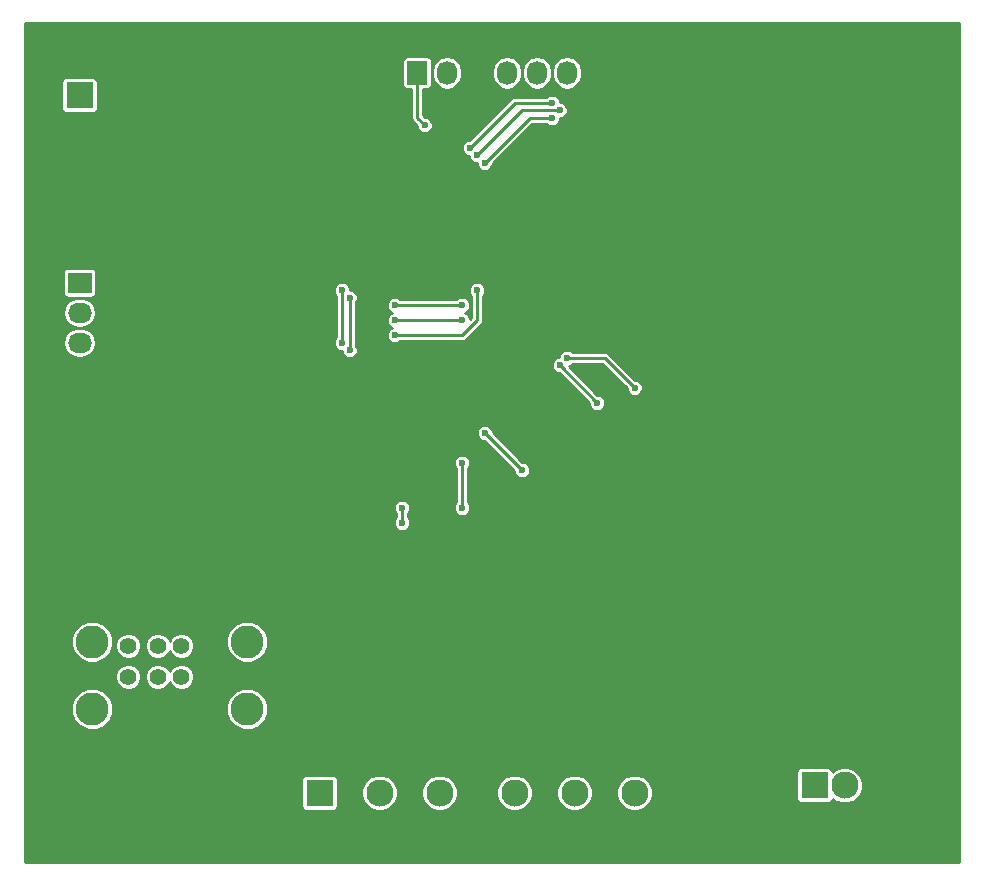
<source format=gbl>
G04 #@! TF.FileFunction,Copper,L2,Bot,Signal*
%FSLAX46Y46*%
G04 Gerber Fmt 4.6, Leading zero omitted, Abs format (unit mm)*
G04 Created by KiCad (PCBNEW 4.0.1-stable) date 10/19/2016 12:19:55 AM*
%MOMM*%
G01*
G04 APERTURE LIST*
%ADD10C,0.101600*%
%ADD11R,2.032000X1.727200*%
%ADD12O,2.032000X1.727200*%
%ADD13C,2.300000*%
%ADD14R,2.300000X2.300000*%
%ADD15R,1.727200X2.032000*%
%ADD16O,1.727200X2.032000*%
%ADD17C,1.420000*%
%ADD18C,2.800000*%
%ADD19C,0.600000*%
%ADD20C,0.254000*%
G04 APERTURE END LIST*
D10*
D11*
X5080000Y49530000D03*
D12*
X5080000Y46990000D03*
X5080000Y44450000D03*
D13*
X49530000Y6350000D03*
X44450000Y6350000D03*
X41910000Y6350000D03*
X46990000Y6350000D03*
X52070000Y6350000D03*
X54610000Y6350000D03*
X38100000Y6350000D03*
X35560000Y6350000D03*
X33020000Y6350000D03*
X30480000Y6350000D03*
X27940000Y6350000D03*
D14*
X25400000Y6350000D03*
X25400000Y6350000D03*
D13*
X27940000Y6350000D03*
X30480000Y6350000D03*
X33020000Y6350000D03*
X35560000Y6350000D03*
X38100000Y6350000D03*
D15*
X33655000Y67310000D03*
D16*
X36195000Y67310000D03*
X38735000Y67310000D03*
X41275000Y67310000D03*
X43815000Y67310000D03*
X46355000Y67310000D03*
D14*
X5080000Y65405000D03*
D13*
X7620000Y65405000D03*
D17*
X9200000Y18805005D03*
X11700000Y18805005D03*
X13700000Y18805005D03*
X16200000Y18805005D03*
X9200000Y16185005D03*
X11700000Y16185005D03*
X13700000Y16185005D03*
X16200000Y16185005D03*
D18*
X19270000Y13475005D03*
X19270000Y19155005D03*
X6130000Y19155005D03*
X6130000Y13475005D03*
D14*
X67310000Y6985000D03*
D13*
X69850000Y6985000D03*
X72390000Y6985000D03*
X74930000Y6985000D03*
D19*
X50165000Y47625000D03*
X15875000Y39370000D03*
X48260000Y47625000D03*
X14605000Y48895000D03*
X42545000Y50165000D03*
X76200000Y59690000D03*
X2540000Y55245000D03*
X37465000Y52705000D03*
X29210000Y55880000D03*
X29210000Y50800000D03*
X28575000Y13970000D03*
X33655000Y13970000D03*
X38735000Y13970000D03*
X45085000Y13970000D03*
X50165000Y13970000D03*
X55245000Y13970000D03*
X34290000Y62865000D03*
X38100000Y60960000D03*
X45085000Y64770000D03*
X38735000Y60325000D03*
X45720000Y64135000D03*
X39370000Y59690000D03*
X45085000Y63500000D03*
X27305000Y48895000D03*
X27305000Y44450000D03*
X27940000Y48260000D03*
X27940000Y43815000D03*
X32385000Y30480000D03*
X32385000Y29210000D03*
X37465000Y34290000D03*
X37465000Y30480000D03*
X39370000Y36830000D03*
X42545000Y33655000D03*
X45720000Y42545000D03*
X48895000Y39370000D03*
X46355000Y43180000D03*
X52070000Y40640000D03*
X37465000Y46355000D03*
X31750000Y46355000D03*
X37465000Y47625000D03*
X31750000Y47625000D03*
X38735000Y48895000D03*
X31750000Y45085000D03*
D20*
X33655000Y63500000D02*
X34290000Y62865000D01*
X33655000Y67310000D02*
X33655000Y63500000D01*
X38100000Y60960000D02*
X41910000Y64770000D01*
X41910000Y64770000D02*
X45085000Y64770000D01*
X38735000Y60325000D02*
X42545000Y64135000D01*
X42545000Y64135000D02*
X45720000Y64135000D01*
X39370000Y59690000D02*
X43180000Y63500000D01*
X43180000Y63500000D02*
X45085000Y63500000D01*
X27305000Y48895000D02*
X27305000Y44450000D01*
X27940000Y48260000D02*
X27940000Y43815000D01*
X32385000Y29210000D02*
X32385000Y30480000D01*
X37465000Y34290000D02*
X37465000Y30480000D01*
X39370000Y36830000D02*
X42545000Y33655000D01*
X45720000Y42545000D02*
X48895000Y39370000D01*
X52070000Y40640000D02*
X49530000Y43180000D01*
X46355000Y43180000D02*
X49530000Y43180000D01*
X31750000Y46355000D02*
X37465000Y46355000D01*
X31750000Y47625000D02*
X37465000Y47625000D01*
X38735000Y46355000D02*
X38735000Y48895000D01*
X37465000Y45085000D02*
X38735000Y46355000D01*
X31750000Y45085000D02*
X37465000Y45085000D01*
G36*
X79544000Y456000D02*
X456000Y456000D01*
X456000Y7500000D01*
X23861536Y7500000D01*
X23861536Y5200000D01*
X23888103Y5058810D01*
X23971546Y4929135D01*
X24098866Y4842141D01*
X24250000Y4811536D01*
X26550000Y4811536D01*
X26691190Y4838103D01*
X26820865Y4921546D01*
X26907859Y5048866D01*
X26938464Y5200000D01*
X26938464Y6046801D01*
X28948735Y6046801D01*
X29181325Y5483891D01*
X29611626Y5052838D01*
X30174129Y4819266D01*
X30783199Y4818735D01*
X31346109Y5051325D01*
X31777162Y5481626D01*
X32010734Y6044129D01*
X32010736Y6046801D01*
X34028735Y6046801D01*
X34261325Y5483891D01*
X34691626Y5052838D01*
X35254129Y4819266D01*
X35863199Y4818735D01*
X36426109Y5051325D01*
X36857162Y5481626D01*
X37090734Y6044129D01*
X37090736Y6046801D01*
X40378735Y6046801D01*
X40611325Y5483891D01*
X41041626Y5052838D01*
X41604129Y4819266D01*
X42213199Y4818735D01*
X42776109Y5051325D01*
X43207162Y5481626D01*
X43440734Y6044129D01*
X43440736Y6046801D01*
X45458735Y6046801D01*
X45691325Y5483891D01*
X46121626Y5052838D01*
X46684129Y4819266D01*
X47293199Y4818735D01*
X47856109Y5051325D01*
X48287162Y5481626D01*
X48520734Y6044129D01*
X48520736Y6046801D01*
X50538735Y6046801D01*
X50771325Y5483891D01*
X51201626Y5052838D01*
X51764129Y4819266D01*
X52373199Y4818735D01*
X52936109Y5051325D01*
X53367162Y5481626D01*
X53600734Y6044129D01*
X53601265Y6653199D01*
X53368675Y7216109D01*
X52938374Y7647162D01*
X52375871Y7880734D01*
X51766801Y7881265D01*
X51203891Y7648675D01*
X50772838Y7218374D01*
X50539266Y6655871D01*
X50538735Y6046801D01*
X48520736Y6046801D01*
X48521265Y6653199D01*
X48288675Y7216109D01*
X47858374Y7647162D01*
X47295871Y7880734D01*
X46686801Y7881265D01*
X46123891Y7648675D01*
X45692838Y7218374D01*
X45459266Y6655871D01*
X45458735Y6046801D01*
X43440736Y6046801D01*
X43441265Y6653199D01*
X43208675Y7216109D01*
X42778374Y7647162D01*
X42215871Y7880734D01*
X41606801Y7881265D01*
X41043891Y7648675D01*
X40612838Y7218374D01*
X40379266Y6655871D01*
X40378735Y6046801D01*
X37090736Y6046801D01*
X37091265Y6653199D01*
X36858675Y7216109D01*
X36428374Y7647162D01*
X35865871Y7880734D01*
X35256801Y7881265D01*
X34693891Y7648675D01*
X34262838Y7218374D01*
X34029266Y6655871D01*
X34028735Y6046801D01*
X32010736Y6046801D01*
X32011265Y6653199D01*
X31778675Y7216109D01*
X31348374Y7647162D01*
X30785871Y7880734D01*
X30176801Y7881265D01*
X29613891Y7648675D01*
X29182838Y7218374D01*
X28949266Y6655871D01*
X28948735Y6046801D01*
X26938464Y6046801D01*
X26938464Y7500000D01*
X26911897Y7641190D01*
X26828454Y7770865D01*
X26701134Y7857859D01*
X26550000Y7888464D01*
X24250000Y7888464D01*
X24108810Y7861897D01*
X23979135Y7778454D01*
X23892141Y7651134D01*
X23861536Y7500000D01*
X456000Y7500000D01*
X456000Y8135000D01*
X65771536Y8135000D01*
X65771536Y5835000D01*
X65798103Y5693810D01*
X65881546Y5564135D01*
X66008866Y5477141D01*
X66160000Y5446536D01*
X68460000Y5446536D01*
X68601190Y5473103D01*
X68730865Y5556546D01*
X68817859Y5683866D01*
X68846146Y5823555D01*
X68981626Y5687838D01*
X69544129Y5454266D01*
X70153199Y5453735D01*
X70716109Y5686325D01*
X71147162Y6116626D01*
X71380734Y6679129D01*
X71381265Y7288199D01*
X71148675Y7851109D01*
X70718374Y8282162D01*
X70155871Y8515734D01*
X69546801Y8516265D01*
X68983891Y8283675D01*
X68846328Y8146352D01*
X68821897Y8276190D01*
X68738454Y8405865D01*
X68611134Y8492859D01*
X68460000Y8523464D01*
X66160000Y8523464D01*
X66018810Y8496897D01*
X65889135Y8413454D01*
X65802141Y8286134D01*
X65771536Y8135000D01*
X456000Y8135000D01*
X456000Y13122296D01*
X4348691Y13122296D01*
X4619261Y12467467D01*
X5119827Y11966027D01*
X5774183Y11694315D01*
X6482709Y11693696D01*
X7137538Y11964266D01*
X7638978Y12464832D01*
X7910690Y13119188D01*
X7910692Y13122296D01*
X17488691Y13122296D01*
X17759261Y12467467D01*
X18259827Y11966027D01*
X18914183Y11694315D01*
X19622709Y11693696D01*
X20277538Y11964266D01*
X20778978Y12464832D01*
X21050690Y13119188D01*
X21051309Y13827714D01*
X20780739Y14482543D01*
X20280173Y14983983D01*
X19625817Y15255695D01*
X18917291Y15256314D01*
X18262462Y14985744D01*
X17761022Y14485178D01*
X17489310Y13830822D01*
X17488691Y13122296D01*
X7910692Y13122296D01*
X7911309Y13827714D01*
X7640739Y14482543D01*
X7140173Y14983983D01*
X6485817Y15255695D01*
X5777291Y15256314D01*
X5122462Y14985744D01*
X4621022Y14485178D01*
X4349310Y13830822D01*
X4348691Y13122296D01*
X456000Y13122296D01*
X456000Y15968944D01*
X8108811Y15968944D01*
X8274556Y15567810D01*
X8581191Y15260639D01*
X8982035Y15094195D01*
X9416061Y15093816D01*
X9817195Y15259561D01*
X10124366Y15566196D01*
X10290810Y15967040D01*
X10290811Y15968944D01*
X10608811Y15968944D01*
X10774556Y15567810D01*
X11081191Y15260639D01*
X11482035Y15094195D01*
X11916061Y15093816D01*
X12317195Y15259561D01*
X12624366Y15566196D01*
X12699980Y15748297D01*
X12774556Y15567810D01*
X13081191Y15260639D01*
X13482035Y15094195D01*
X13916061Y15093816D01*
X14317195Y15259561D01*
X14624366Y15566196D01*
X14790810Y15967040D01*
X14791189Y16401066D01*
X14625444Y16802200D01*
X14318809Y17109371D01*
X13917965Y17275815D01*
X13483939Y17276194D01*
X13082805Y17110449D01*
X12775634Y16803814D01*
X12700020Y16621713D01*
X12625444Y16802200D01*
X12318809Y17109371D01*
X11917965Y17275815D01*
X11483939Y17276194D01*
X11082805Y17110449D01*
X10775634Y16803814D01*
X10609190Y16402970D01*
X10608811Y15968944D01*
X10290811Y15968944D01*
X10291189Y16401066D01*
X10125444Y16802200D01*
X9818809Y17109371D01*
X9417965Y17275815D01*
X8983939Y17276194D01*
X8582805Y17110449D01*
X8275634Y16803814D01*
X8109190Y16402970D01*
X8108811Y15968944D01*
X456000Y15968944D01*
X456000Y18802296D01*
X4348691Y18802296D01*
X4619261Y18147467D01*
X5119827Y17646027D01*
X5774183Y17374315D01*
X6482709Y17373696D01*
X7137538Y17644266D01*
X7638978Y18144832D01*
X7823389Y18588944D01*
X8108811Y18588944D01*
X8274556Y18187810D01*
X8581191Y17880639D01*
X8982035Y17714195D01*
X9416061Y17713816D01*
X9817195Y17879561D01*
X10124366Y18186196D01*
X10290810Y18587040D01*
X10290811Y18588944D01*
X10608811Y18588944D01*
X10774556Y18187810D01*
X11081191Y17880639D01*
X11482035Y17714195D01*
X11916061Y17713816D01*
X12317195Y17879561D01*
X12624366Y18186196D01*
X12699980Y18368297D01*
X12774556Y18187810D01*
X13081191Y17880639D01*
X13482035Y17714195D01*
X13916061Y17713816D01*
X14317195Y17879561D01*
X14624366Y18186196D01*
X14790810Y18587040D01*
X14790997Y18802296D01*
X17488691Y18802296D01*
X17759261Y18147467D01*
X18259827Y17646027D01*
X18914183Y17374315D01*
X19622709Y17373696D01*
X20277538Y17644266D01*
X20778978Y18144832D01*
X21050690Y18799188D01*
X21051309Y19507714D01*
X20780739Y20162543D01*
X20280173Y20663983D01*
X19625817Y20935695D01*
X18917291Y20936314D01*
X18262462Y20665744D01*
X17761022Y20165178D01*
X17489310Y19510822D01*
X17488691Y18802296D01*
X14790997Y18802296D01*
X14791189Y19021066D01*
X14625444Y19422200D01*
X14318809Y19729371D01*
X13917965Y19895815D01*
X13483939Y19896194D01*
X13082805Y19730449D01*
X12775634Y19423814D01*
X12700020Y19241713D01*
X12625444Y19422200D01*
X12318809Y19729371D01*
X11917965Y19895815D01*
X11483939Y19896194D01*
X11082805Y19730449D01*
X10775634Y19423814D01*
X10609190Y19022970D01*
X10608811Y18588944D01*
X10290811Y18588944D01*
X10291189Y19021066D01*
X10125444Y19422200D01*
X9818809Y19729371D01*
X9417965Y19895815D01*
X8983939Y19896194D01*
X8582805Y19730449D01*
X8275634Y19423814D01*
X8109190Y19022970D01*
X8108811Y18588944D01*
X7823389Y18588944D01*
X7910690Y18799188D01*
X7911309Y19507714D01*
X7640739Y20162543D01*
X7140173Y20663983D01*
X6485817Y20935695D01*
X5777291Y20936314D01*
X5122462Y20665744D01*
X4621022Y20165178D01*
X4349310Y19510822D01*
X4348691Y18802296D01*
X456000Y18802296D01*
X456000Y30345135D01*
X31703882Y30345135D01*
X31807339Y30094748D01*
X31877000Y30024966D01*
X31877000Y29665126D01*
X31808013Y29596259D01*
X31704118Y29346054D01*
X31703882Y29075135D01*
X31807339Y28824748D01*
X31998741Y28633013D01*
X32248946Y28529118D01*
X32519865Y28528882D01*
X32770252Y28632339D01*
X32961987Y28823741D01*
X33065882Y29073946D01*
X33066118Y29344865D01*
X32962661Y29595252D01*
X32893000Y29665034D01*
X32893000Y30024874D01*
X32961987Y30093741D01*
X33065882Y30343946D01*
X33066118Y30614865D01*
X32962661Y30865252D01*
X32771259Y31056987D01*
X32521054Y31160882D01*
X32250135Y31161118D01*
X31999748Y31057661D01*
X31808013Y30866259D01*
X31704118Y30616054D01*
X31703882Y30345135D01*
X456000Y30345135D01*
X456000Y34155135D01*
X36783882Y34155135D01*
X36887339Y33904748D01*
X36957000Y33834966D01*
X36957000Y30935126D01*
X36888013Y30866259D01*
X36784118Y30616054D01*
X36783882Y30345135D01*
X36887339Y30094748D01*
X37078741Y29903013D01*
X37328946Y29799118D01*
X37599865Y29798882D01*
X37850252Y29902339D01*
X38041987Y30093741D01*
X38145882Y30343946D01*
X38146118Y30614865D01*
X38042661Y30865252D01*
X37973000Y30935034D01*
X37973000Y33834874D01*
X38041987Y33903741D01*
X38145882Y34153946D01*
X38146118Y34424865D01*
X38042661Y34675252D01*
X37851259Y34866987D01*
X37601054Y34970882D01*
X37330135Y34971118D01*
X37079748Y34867661D01*
X36888013Y34676259D01*
X36784118Y34426054D01*
X36783882Y34155135D01*
X456000Y34155135D01*
X456000Y36695135D01*
X38688882Y36695135D01*
X38792339Y36444748D01*
X38983741Y36253013D01*
X39233946Y36149118D01*
X39332548Y36149032D01*
X41863967Y33617613D01*
X41863882Y33520135D01*
X41967339Y33269748D01*
X42158741Y33078013D01*
X42408946Y32974118D01*
X42679865Y32973882D01*
X42930252Y33077339D01*
X43121987Y33268741D01*
X43225882Y33518946D01*
X43226118Y33789865D01*
X43122661Y34040252D01*
X42931259Y34231987D01*
X42681054Y34335882D01*
X42582452Y34335968D01*
X40051033Y36867387D01*
X40051118Y36964865D01*
X39947661Y37215252D01*
X39756259Y37406987D01*
X39506054Y37510882D01*
X39235135Y37511118D01*
X38984748Y37407661D01*
X38793013Y37216259D01*
X38689118Y36966054D01*
X38688882Y36695135D01*
X456000Y36695135D01*
X456000Y42410135D01*
X45038882Y42410135D01*
X45142339Y42159748D01*
X45333741Y41968013D01*
X45583946Y41864118D01*
X45682548Y41864032D01*
X48213967Y39332613D01*
X48213882Y39235135D01*
X48317339Y38984748D01*
X48508741Y38793013D01*
X48758946Y38689118D01*
X49029865Y38688882D01*
X49280252Y38792339D01*
X49471987Y38983741D01*
X49575882Y39233946D01*
X49576118Y39504865D01*
X49472661Y39755252D01*
X49281259Y39946987D01*
X49031054Y40050882D01*
X48932452Y40050968D01*
X46484533Y42498887D01*
X46489865Y42498882D01*
X46740252Y42602339D01*
X46810034Y42672000D01*
X49319580Y42672000D01*
X51388967Y40602612D01*
X51388882Y40505135D01*
X51492339Y40254748D01*
X51683741Y40063013D01*
X51933946Y39959118D01*
X52204865Y39958882D01*
X52455252Y40062339D01*
X52646987Y40253741D01*
X52750882Y40503946D01*
X52751118Y40774865D01*
X52647661Y41025252D01*
X52456259Y41216987D01*
X52206054Y41320882D01*
X52107453Y41320968D01*
X49889210Y43539210D01*
X49724403Y43649331D01*
X49530000Y43688000D01*
X46810126Y43688000D01*
X46741259Y43756987D01*
X46491054Y43860882D01*
X46220135Y43861118D01*
X45969748Y43757661D01*
X45778013Y43566259D01*
X45674118Y43316054D01*
X45674040Y43226041D01*
X45585135Y43226118D01*
X45334748Y43122661D01*
X45143013Y42931259D01*
X45039118Y42681054D01*
X45038882Y42410135D01*
X456000Y42410135D01*
X456000Y44450000D01*
X3655631Y44450000D01*
X3750371Y43973712D01*
X4020166Y43569935D01*
X4423943Y43300140D01*
X4900231Y43205400D01*
X5259769Y43205400D01*
X5736057Y43300140D01*
X6139834Y43569935D01*
X6409629Y43973712D01*
X6504369Y44450000D01*
X6409629Y44926288D01*
X6139834Y45330065D01*
X5736057Y45599860D01*
X5259769Y45694600D01*
X4900231Y45694600D01*
X4423943Y45599860D01*
X4020166Y45330065D01*
X3750371Y44926288D01*
X3655631Y44450000D01*
X456000Y44450000D01*
X456000Y46990000D01*
X3655631Y46990000D01*
X3750371Y46513712D01*
X4020166Y46109935D01*
X4423943Y45840140D01*
X4900231Y45745400D01*
X5259769Y45745400D01*
X5736057Y45840140D01*
X6139834Y46109935D01*
X6409629Y46513712D01*
X6504369Y46990000D01*
X6409629Y47466288D01*
X6139834Y47870065D01*
X5736057Y48139860D01*
X5259769Y48234600D01*
X4900231Y48234600D01*
X4423943Y48139860D01*
X4020166Y47870065D01*
X3750371Y47466288D01*
X3655631Y46990000D01*
X456000Y46990000D01*
X456000Y50393600D01*
X3675536Y50393600D01*
X3675536Y48666400D01*
X3702103Y48525210D01*
X3785546Y48395535D01*
X3912866Y48308541D01*
X4064000Y48277936D01*
X6096000Y48277936D01*
X6237190Y48304503D01*
X6366865Y48387946D01*
X6453859Y48515266D01*
X6484464Y48666400D01*
X6484464Y48760135D01*
X26623882Y48760135D01*
X26727339Y48509748D01*
X26797000Y48439966D01*
X26797000Y44905126D01*
X26728013Y44836259D01*
X26624118Y44586054D01*
X26623882Y44315135D01*
X26727339Y44064748D01*
X26918741Y43873013D01*
X27168946Y43769118D01*
X27258959Y43769040D01*
X27258882Y43680135D01*
X27362339Y43429748D01*
X27553741Y43238013D01*
X27803946Y43134118D01*
X28074865Y43133882D01*
X28325252Y43237339D01*
X28516987Y43428741D01*
X28620882Y43678946D01*
X28621118Y43949865D01*
X28517661Y44200252D01*
X28448000Y44270034D01*
X28448000Y47490135D01*
X31068882Y47490135D01*
X31172339Y47239748D01*
X31363741Y47048013D01*
X31503485Y46989986D01*
X31364748Y46932661D01*
X31173013Y46741259D01*
X31069118Y46491054D01*
X31068882Y46220135D01*
X31172339Y45969748D01*
X31363741Y45778013D01*
X31503485Y45719986D01*
X31364748Y45662661D01*
X31173013Y45471259D01*
X31069118Y45221054D01*
X31068882Y44950135D01*
X31172339Y44699748D01*
X31363741Y44508013D01*
X31613946Y44404118D01*
X31884865Y44403882D01*
X32135252Y44507339D01*
X32205034Y44577000D01*
X37465000Y44577000D01*
X37659403Y44615669D01*
X37824210Y44725790D01*
X39094210Y45995790D01*
X39204331Y46160596D01*
X39216174Y46220135D01*
X39243000Y46355000D01*
X39243000Y48439874D01*
X39311987Y48508741D01*
X39415882Y48758946D01*
X39416118Y49029865D01*
X39312661Y49280252D01*
X39121259Y49471987D01*
X38871054Y49575882D01*
X38600135Y49576118D01*
X38349748Y49472661D01*
X38158013Y49281259D01*
X38054118Y49031054D01*
X38053882Y48760135D01*
X38157339Y48509748D01*
X38227000Y48439966D01*
X38227000Y46565420D01*
X38146113Y46484533D01*
X38146118Y46489865D01*
X38042661Y46740252D01*
X37851259Y46931987D01*
X37711515Y46990014D01*
X37850252Y47047339D01*
X38041987Y47238741D01*
X38145882Y47488946D01*
X38146118Y47759865D01*
X38042661Y48010252D01*
X37851259Y48201987D01*
X37601054Y48305882D01*
X37330135Y48306118D01*
X37079748Y48202661D01*
X37009966Y48133000D01*
X32205126Y48133000D01*
X32136259Y48201987D01*
X31886054Y48305882D01*
X31615135Y48306118D01*
X31364748Y48202661D01*
X31173013Y48011259D01*
X31069118Y47761054D01*
X31068882Y47490135D01*
X28448000Y47490135D01*
X28448000Y47804874D01*
X28516987Y47873741D01*
X28620882Y48123946D01*
X28621118Y48394865D01*
X28517661Y48645252D01*
X28326259Y48836987D01*
X28076054Y48940882D01*
X27986041Y48940960D01*
X27986118Y49029865D01*
X27882661Y49280252D01*
X27691259Y49471987D01*
X27441054Y49575882D01*
X27170135Y49576118D01*
X26919748Y49472661D01*
X26728013Y49281259D01*
X26624118Y49031054D01*
X26623882Y48760135D01*
X6484464Y48760135D01*
X6484464Y50393600D01*
X6457897Y50534790D01*
X6374454Y50664465D01*
X6247134Y50751459D01*
X6096000Y50782064D01*
X4064000Y50782064D01*
X3922810Y50755497D01*
X3793135Y50672054D01*
X3706141Y50544734D01*
X3675536Y50393600D01*
X456000Y50393600D01*
X456000Y60825135D01*
X37418882Y60825135D01*
X37522339Y60574748D01*
X37713741Y60383013D01*
X37963946Y60279118D01*
X38053959Y60279040D01*
X38053882Y60190135D01*
X38157339Y59939748D01*
X38348741Y59748013D01*
X38598946Y59644118D01*
X38688959Y59644040D01*
X38688882Y59555135D01*
X38792339Y59304748D01*
X38983741Y59113013D01*
X39233946Y59009118D01*
X39504865Y59008882D01*
X39755252Y59112339D01*
X39946987Y59303741D01*
X40050882Y59553946D01*
X40050968Y59652548D01*
X43390420Y62992000D01*
X44629874Y62992000D01*
X44698741Y62923013D01*
X44948946Y62819118D01*
X45219865Y62818882D01*
X45470252Y62922339D01*
X45661987Y63113741D01*
X45765882Y63363946D01*
X45765960Y63453959D01*
X45854865Y63453882D01*
X46105252Y63557339D01*
X46296987Y63748741D01*
X46400882Y63998946D01*
X46401118Y64269865D01*
X46297661Y64520252D01*
X46106259Y64711987D01*
X45856054Y64815882D01*
X45766041Y64815960D01*
X45766118Y64904865D01*
X45662661Y65155252D01*
X45471259Y65346987D01*
X45221054Y65450882D01*
X44950135Y65451118D01*
X44699748Y65347661D01*
X44629966Y65278000D01*
X41910000Y65278000D01*
X41715597Y65239331D01*
X41550790Y65129210D01*
X38062613Y61641033D01*
X37965135Y61641118D01*
X37714748Y61537661D01*
X37523013Y61346259D01*
X37419118Y61096054D01*
X37418882Y60825135D01*
X456000Y60825135D01*
X456000Y66555000D01*
X3541536Y66555000D01*
X3541536Y64255000D01*
X3568103Y64113810D01*
X3651546Y63984135D01*
X3778866Y63897141D01*
X3930000Y63866536D01*
X6230000Y63866536D01*
X6371190Y63893103D01*
X6500865Y63976546D01*
X6587859Y64103866D01*
X6618464Y64255000D01*
X6618464Y66555000D01*
X6591897Y66696190D01*
X6508454Y66825865D01*
X6381134Y66912859D01*
X6230000Y66943464D01*
X3930000Y66943464D01*
X3788810Y66916897D01*
X3659135Y66833454D01*
X3572141Y66706134D01*
X3541536Y66555000D01*
X456000Y66555000D01*
X456000Y68326000D01*
X32402936Y68326000D01*
X32402936Y66294000D01*
X32429503Y66152810D01*
X32512946Y66023135D01*
X32640266Y65936141D01*
X32791400Y65905536D01*
X33147000Y65905536D01*
X33147000Y63500000D01*
X33185669Y63305597D01*
X33295790Y63140790D01*
X33608967Y62827613D01*
X33608882Y62730135D01*
X33712339Y62479748D01*
X33903741Y62288013D01*
X34153946Y62184118D01*
X34424865Y62183882D01*
X34675252Y62287339D01*
X34866987Y62478741D01*
X34970882Y62728946D01*
X34971118Y62999865D01*
X34867661Y63250252D01*
X34676259Y63441987D01*
X34426054Y63545882D01*
X34327453Y63545968D01*
X34163000Y63710420D01*
X34163000Y65905536D01*
X34518600Y65905536D01*
X34659790Y65932103D01*
X34789465Y66015546D01*
X34876459Y66142866D01*
X34907064Y66294000D01*
X34907064Y67489769D01*
X34950400Y67489769D01*
X34950400Y67130231D01*
X35045140Y66653943D01*
X35314935Y66250166D01*
X35718712Y65980371D01*
X36195000Y65885631D01*
X36671288Y65980371D01*
X37075065Y66250166D01*
X37344860Y66653943D01*
X37439600Y67130231D01*
X37439600Y67489769D01*
X40030400Y67489769D01*
X40030400Y67130231D01*
X40125140Y66653943D01*
X40394935Y66250166D01*
X40798712Y65980371D01*
X41275000Y65885631D01*
X41751288Y65980371D01*
X42155065Y66250166D01*
X42424860Y66653943D01*
X42519600Y67130231D01*
X42519600Y67489769D01*
X42570400Y67489769D01*
X42570400Y67130231D01*
X42665140Y66653943D01*
X42934935Y66250166D01*
X43338712Y65980371D01*
X43815000Y65885631D01*
X44291288Y65980371D01*
X44695065Y66250166D01*
X44964860Y66653943D01*
X45059600Y67130231D01*
X45059600Y67489769D01*
X45110400Y67489769D01*
X45110400Y67130231D01*
X45205140Y66653943D01*
X45474935Y66250166D01*
X45878712Y65980371D01*
X46355000Y65885631D01*
X46831288Y65980371D01*
X47235065Y66250166D01*
X47504860Y66653943D01*
X47599600Y67130231D01*
X47599600Y67489769D01*
X47504860Y67966057D01*
X47235065Y68369834D01*
X46831288Y68639629D01*
X46355000Y68734369D01*
X45878712Y68639629D01*
X45474935Y68369834D01*
X45205140Y67966057D01*
X45110400Y67489769D01*
X45059600Y67489769D01*
X44964860Y67966057D01*
X44695065Y68369834D01*
X44291288Y68639629D01*
X43815000Y68734369D01*
X43338712Y68639629D01*
X42934935Y68369834D01*
X42665140Y67966057D01*
X42570400Y67489769D01*
X42519600Y67489769D01*
X42424860Y67966057D01*
X42155065Y68369834D01*
X41751288Y68639629D01*
X41275000Y68734369D01*
X40798712Y68639629D01*
X40394935Y68369834D01*
X40125140Y67966057D01*
X40030400Y67489769D01*
X37439600Y67489769D01*
X37344860Y67966057D01*
X37075065Y68369834D01*
X36671288Y68639629D01*
X36195000Y68734369D01*
X35718712Y68639629D01*
X35314935Y68369834D01*
X35045140Y67966057D01*
X34950400Y67489769D01*
X34907064Y67489769D01*
X34907064Y68326000D01*
X34880497Y68467190D01*
X34797054Y68596865D01*
X34669734Y68683859D01*
X34518600Y68714464D01*
X32791400Y68714464D01*
X32650210Y68687897D01*
X32520535Y68604454D01*
X32433541Y68477134D01*
X32402936Y68326000D01*
X456000Y68326000D01*
X456000Y71544000D01*
X79544000Y71544000D01*
X79544000Y456000D01*
X79544000Y456000D01*
G37*
X79544000Y456000D02*
X456000Y456000D01*
X456000Y7500000D01*
X23861536Y7500000D01*
X23861536Y5200000D01*
X23888103Y5058810D01*
X23971546Y4929135D01*
X24098866Y4842141D01*
X24250000Y4811536D01*
X26550000Y4811536D01*
X26691190Y4838103D01*
X26820865Y4921546D01*
X26907859Y5048866D01*
X26938464Y5200000D01*
X26938464Y6046801D01*
X28948735Y6046801D01*
X29181325Y5483891D01*
X29611626Y5052838D01*
X30174129Y4819266D01*
X30783199Y4818735D01*
X31346109Y5051325D01*
X31777162Y5481626D01*
X32010734Y6044129D01*
X32010736Y6046801D01*
X34028735Y6046801D01*
X34261325Y5483891D01*
X34691626Y5052838D01*
X35254129Y4819266D01*
X35863199Y4818735D01*
X36426109Y5051325D01*
X36857162Y5481626D01*
X37090734Y6044129D01*
X37090736Y6046801D01*
X40378735Y6046801D01*
X40611325Y5483891D01*
X41041626Y5052838D01*
X41604129Y4819266D01*
X42213199Y4818735D01*
X42776109Y5051325D01*
X43207162Y5481626D01*
X43440734Y6044129D01*
X43440736Y6046801D01*
X45458735Y6046801D01*
X45691325Y5483891D01*
X46121626Y5052838D01*
X46684129Y4819266D01*
X47293199Y4818735D01*
X47856109Y5051325D01*
X48287162Y5481626D01*
X48520734Y6044129D01*
X48520736Y6046801D01*
X50538735Y6046801D01*
X50771325Y5483891D01*
X51201626Y5052838D01*
X51764129Y4819266D01*
X52373199Y4818735D01*
X52936109Y5051325D01*
X53367162Y5481626D01*
X53600734Y6044129D01*
X53601265Y6653199D01*
X53368675Y7216109D01*
X52938374Y7647162D01*
X52375871Y7880734D01*
X51766801Y7881265D01*
X51203891Y7648675D01*
X50772838Y7218374D01*
X50539266Y6655871D01*
X50538735Y6046801D01*
X48520736Y6046801D01*
X48521265Y6653199D01*
X48288675Y7216109D01*
X47858374Y7647162D01*
X47295871Y7880734D01*
X46686801Y7881265D01*
X46123891Y7648675D01*
X45692838Y7218374D01*
X45459266Y6655871D01*
X45458735Y6046801D01*
X43440736Y6046801D01*
X43441265Y6653199D01*
X43208675Y7216109D01*
X42778374Y7647162D01*
X42215871Y7880734D01*
X41606801Y7881265D01*
X41043891Y7648675D01*
X40612838Y7218374D01*
X40379266Y6655871D01*
X40378735Y6046801D01*
X37090736Y6046801D01*
X37091265Y6653199D01*
X36858675Y7216109D01*
X36428374Y7647162D01*
X35865871Y7880734D01*
X35256801Y7881265D01*
X34693891Y7648675D01*
X34262838Y7218374D01*
X34029266Y6655871D01*
X34028735Y6046801D01*
X32010736Y6046801D01*
X32011265Y6653199D01*
X31778675Y7216109D01*
X31348374Y7647162D01*
X30785871Y7880734D01*
X30176801Y7881265D01*
X29613891Y7648675D01*
X29182838Y7218374D01*
X28949266Y6655871D01*
X28948735Y6046801D01*
X26938464Y6046801D01*
X26938464Y7500000D01*
X26911897Y7641190D01*
X26828454Y7770865D01*
X26701134Y7857859D01*
X26550000Y7888464D01*
X24250000Y7888464D01*
X24108810Y7861897D01*
X23979135Y7778454D01*
X23892141Y7651134D01*
X23861536Y7500000D01*
X456000Y7500000D01*
X456000Y8135000D01*
X65771536Y8135000D01*
X65771536Y5835000D01*
X65798103Y5693810D01*
X65881546Y5564135D01*
X66008866Y5477141D01*
X66160000Y5446536D01*
X68460000Y5446536D01*
X68601190Y5473103D01*
X68730865Y5556546D01*
X68817859Y5683866D01*
X68846146Y5823555D01*
X68981626Y5687838D01*
X69544129Y5454266D01*
X70153199Y5453735D01*
X70716109Y5686325D01*
X71147162Y6116626D01*
X71380734Y6679129D01*
X71381265Y7288199D01*
X71148675Y7851109D01*
X70718374Y8282162D01*
X70155871Y8515734D01*
X69546801Y8516265D01*
X68983891Y8283675D01*
X68846328Y8146352D01*
X68821897Y8276190D01*
X68738454Y8405865D01*
X68611134Y8492859D01*
X68460000Y8523464D01*
X66160000Y8523464D01*
X66018810Y8496897D01*
X65889135Y8413454D01*
X65802141Y8286134D01*
X65771536Y8135000D01*
X456000Y8135000D01*
X456000Y13122296D01*
X4348691Y13122296D01*
X4619261Y12467467D01*
X5119827Y11966027D01*
X5774183Y11694315D01*
X6482709Y11693696D01*
X7137538Y11964266D01*
X7638978Y12464832D01*
X7910690Y13119188D01*
X7910692Y13122296D01*
X17488691Y13122296D01*
X17759261Y12467467D01*
X18259827Y11966027D01*
X18914183Y11694315D01*
X19622709Y11693696D01*
X20277538Y11964266D01*
X20778978Y12464832D01*
X21050690Y13119188D01*
X21051309Y13827714D01*
X20780739Y14482543D01*
X20280173Y14983983D01*
X19625817Y15255695D01*
X18917291Y15256314D01*
X18262462Y14985744D01*
X17761022Y14485178D01*
X17489310Y13830822D01*
X17488691Y13122296D01*
X7910692Y13122296D01*
X7911309Y13827714D01*
X7640739Y14482543D01*
X7140173Y14983983D01*
X6485817Y15255695D01*
X5777291Y15256314D01*
X5122462Y14985744D01*
X4621022Y14485178D01*
X4349310Y13830822D01*
X4348691Y13122296D01*
X456000Y13122296D01*
X456000Y15968944D01*
X8108811Y15968944D01*
X8274556Y15567810D01*
X8581191Y15260639D01*
X8982035Y15094195D01*
X9416061Y15093816D01*
X9817195Y15259561D01*
X10124366Y15566196D01*
X10290810Y15967040D01*
X10290811Y15968944D01*
X10608811Y15968944D01*
X10774556Y15567810D01*
X11081191Y15260639D01*
X11482035Y15094195D01*
X11916061Y15093816D01*
X12317195Y15259561D01*
X12624366Y15566196D01*
X12699980Y15748297D01*
X12774556Y15567810D01*
X13081191Y15260639D01*
X13482035Y15094195D01*
X13916061Y15093816D01*
X14317195Y15259561D01*
X14624366Y15566196D01*
X14790810Y15967040D01*
X14791189Y16401066D01*
X14625444Y16802200D01*
X14318809Y17109371D01*
X13917965Y17275815D01*
X13483939Y17276194D01*
X13082805Y17110449D01*
X12775634Y16803814D01*
X12700020Y16621713D01*
X12625444Y16802200D01*
X12318809Y17109371D01*
X11917965Y17275815D01*
X11483939Y17276194D01*
X11082805Y17110449D01*
X10775634Y16803814D01*
X10609190Y16402970D01*
X10608811Y15968944D01*
X10290811Y15968944D01*
X10291189Y16401066D01*
X10125444Y16802200D01*
X9818809Y17109371D01*
X9417965Y17275815D01*
X8983939Y17276194D01*
X8582805Y17110449D01*
X8275634Y16803814D01*
X8109190Y16402970D01*
X8108811Y15968944D01*
X456000Y15968944D01*
X456000Y18802296D01*
X4348691Y18802296D01*
X4619261Y18147467D01*
X5119827Y17646027D01*
X5774183Y17374315D01*
X6482709Y17373696D01*
X7137538Y17644266D01*
X7638978Y18144832D01*
X7823389Y18588944D01*
X8108811Y18588944D01*
X8274556Y18187810D01*
X8581191Y17880639D01*
X8982035Y17714195D01*
X9416061Y17713816D01*
X9817195Y17879561D01*
X10124366Y18186196D01*
X10290810Y18587040D01*
X10290811Y18588944D01*
X10608811Y18588944D01*
X10774556Y18187810D01*
X11081191Y17880639D01*
X11482035Y17714195D01*
X11916061Y17713816D01*
X12317195Y17879561D01*
X12624366Y18186196D01*
X12699980Y18368297D01*
X12774556Y18187810D01*
X13081191Y17880639D01*
X13482035Y17714195D01*
X13916061Y17713816D01*
X14317195Y17879561D01*
X14624366Y18186196D01*
X14790810Y18587040D01*
X14790997Y18802296D01*
X17488691Y18802296D01*
X17759261Y18147467D01*
X18259827Y17646027D01*
X18914183Y17374315D01*
X19622709Y17373696D01*
X20277538Y17644266D01*
X20778978Y18144832D01*
X21050690Y18799188D01*
X21051309Y19507714D01*
X20780739Y20162543D01*
X20280173Y20663983D01*
X19625817Y20935695D01*
X18917291Y20936314D01*
X18262462Y20665744D01*
X17761022Y20165178D01*
X17489310Y19510822D01*
X17488691Y18802296D01*
X14790997Y18802296D01*
X14791189Y19021066D01*
X14625444Y19422200D01*
X14318809Y19729371D01*
X13917965Y19895815D01*
X13483939Y19896194D01*
X13082805Y19730449D01*
X12775634Y19423814D01*
X12700020Y19241713D01*
X12625444Y19422200D01*
X12318809Y19729371D01*
X11917965Y19895815D01*
X11483939Y19896194D01*
X11082805Y19730449D01*
X10775634Y19423814D01*
X10609190Y19022970D01*
X10608811Y18588944D01*
X10290811Y18588944D01*
X10291189Y19021066D01*
X10125444Y19422200D01*
X9818809Y19729371D01*
X9417965Y19895815D01*
X8983939Y19896194D01*
X8582805Y19730449D01*
X8275634Y19423814D01*
X8109190Y19022970D01*
X8108811Y18588944D01*
X7823389Y18588944D01*
X7910690Y18799188D01*
X7911309Y19507714D01*
X7640739Y20162543D01*
X7140173Y20663983D01*
X6485817Y20935695D01*
X5777291Y20936314D01*
X5122462Y20665744D01*
X4621022Y20165178D01*
X4349310Y19510822D01*
X4348691Y18802296D01*
X456000Y18802296D01*
X456000Y30345135D01*
X31703882Y30345135D01*
X31807339Y30094748D01*
X31877000Y30024966D01*
X31877000Y29665126D01*
X31808013Y29596259D01*
X31704118Y29346054D01*
X31703882Y29075135D01*
X31807339Y28824748D01*
X31998741Y28633013D01*
X32248946Y28529118D01*
X32519865Y28528882D01*
X32770252Y28632339D01*
X32961987Y28823741D01*
X33065882Y29073946D01*
X33066118Y29344865D01*
X32962661Y29595252D01*
X32893000Y29665034D01*
X32893000Y30024874D01*
X32961987Y30093741D01*
X33065882Y30343946D01*
X33066118Y30614865D01*
X32962661Y30865252D01*
X32771259Y31056987D01*
X32521054Y31160882D01*
X32250135Y31161118D01*
X31999748Y31057661D01*
X31808013Y30866259D01*
X31704118Y30616054D01*
X31703882Y30345135D01*
X456000Y30345135D01*
X456000Y34155135D01*
X36783882Y34155135D01*
X36887339Y33904748D01*
X36957000Y33834966D01*
X36957000Y30935126D01*
X36888013Y30866259D01*
X36784118Y30616054D01*
X36783882Y30345135D01*
X36887339Y30094748D01*
X37078741Y29903013D01*
X37328946Y29799118D01*
X37599865Y29798882D01*
X37850252Y29902339D01*
X38041987Y30093741D01*
X38145882Y30343946D01*
X38146118Y30614865D01*
X38042661Y30865252D01*
X37973000Y30935034D01*
X37973000Y33834874D01*
X38041987Y33903741D01*
X38145882Y34153946D01*
X38146118Y34424865D01*
X38042661Y34675252D01*
X37851259Y34866987D01*
X37601054Y34970882D01*
X37330135Y34971118D01*
X37079748Y34867661D01*
X36888013Y34676259D01*
X36784118Y34426054D01*
X36783882Y34155135D01*
X456000Y34155135D01*
X456000Y36695135D01*
X38688882Y36695135D01*
X38792339Y36444748D01*
X38983741Y36253013D01*
X39233946Y36149118D01*
X39332548Y36149032D01*
X41863967Y33617613D01*
X41863882Y33520135D01*
X41967339Y33269748D01*
X42158741Y33078013D01*
X42408946Y32974118D01*
X42679865Y32973882D01*
X42930252Y33077339D01*
X43121987Y33268741D01*
X43225882Y33518946D01*
X43226118Y33789865D01*
X43122661Y34040252D01*
X42931259Y34231987D01*
X42681054Y34335882D01*
X42582452Y34335968D01*
X40051033Y36867387D01*
X40051118Y36964865D01*
X39947661Y37215252D01*
X39756259Y37406987D01*
X39506054Y37510882D01*
X39235135Y37511118D01*
X38984748Y37407661D01*
X38793013Y37216259D01*
X38689118Y36966054D01*
X38688882Y36695135D01*
X456000Y36695135D01*
X456000Y42410135D01*
X45038882Y42410135D01*
X45142339Y42159748D01*
X45333741Y41968013D01*
X45583946Y41864118D01*
X45682548Y41864032D01*
X48213967Y39332613D01*
X48213882Y39235135D01*
X48317339Y38984748D01*
X48508741Y38793013D01*
X48758946Y38689118D01*
X49029865Y38688882D01*
X49280252Y38792339D01*
X49471987Y38983741D01*
X49575882Y39233946D01*
X49576118Y39504865D01*
X49472661Y39755252D01*
X49281259Y39946987D01*
X49031054Y40050882D01*
X48932452Y40050968D01*
X46484533Y42498887D01*
X46489865Y42498882D01*
X46740252Y42602339D01*
X46810034Y42672000D01*
X49319580Y42672000D01*
X51388967Y40602612D01*
X51388882Y40505135D01*
X51492339Y40254748D01*
X51683741Y40063013D01*
X51933946Y39959118D01*
X52204865Y39958882D01*
X52455252Y40062339D01*
X52646987Y40253741D01*
X52750882Y40503946D01*
X52751118Y40774865D01*
X52647661Y41025252D01*
X52456259Y41216987D01*
X52206054Y41320882D01*
X52107453Y41320968D01*
X49889210Y43539210D01*
X49724403Y43649331D01*
X49530000Y43688000D01*
X46810126Y43688000D01*
X46741259Y43756987D01*
X46491054Y43860882D01*
X46220135Y43861118D01*
X45969748Y43757661D01*
X45778013Y43566259D01*
X45674118Y43316054D01*
X45674040Y43226041D01*
X45585135Y43226118D01*
X45334748Y43122661D01*
X45143013Y42931259D01*
X45039118Y42681054D01*
X45038882Y42410135D01*
X456000Y42410135D01*
X456000Y44450000D01*
X3655631Y44450000D01*
X3750371Y43973712D01*
X4020166Y43569935D01*
X4423943Y43300140D01*
X4900231Y43205400D01*
X5259769Y43205400D01*
X5736057Y43300140D01*
X6139834Y43569935D01*
X6409629Y43973712D01*
X6504369Y44450000D01*
X6409629Y44926288D01*
X6139834Y45330065D01*
X5736057Y45599860D01*
X5259769Y45694600D01*
X4900231Y45694600D01*
X4423943Y45599860D01*
X4020166Y45330065D01*
X3750371Y44926288D01*
X3655631Y44450000D01*
X456000Y44450000D01*
X456000Y46990000D01*
X3655631Y46990000D01*
X3750371Y46513712D01*
X4020166Y46109935D01*
X4423943Y45840140D01*
X4900231Y45745400D01*
X5259769Y45745400D01*
X5736057Y45840140D01*
X6139834Y46109935D01*
X6409629Y46513712D01*
X6504369Y46990000D01*
X6409629Y47466288D01*
X6139834Y47870065D01*
X5736057Y48139860D01*
X5259769Y48234600D01*
X4900231Y48234600D01*
X4423943Y48139860D01*
X4020166Y47870065D01*
X3750371Y47466288D01*
X3655631Y46990000D01*
X456000Y46990000D01*
X456000Y50393600D01*
X3675536Y50393600D01*
X3675536Y48666400D01*
X3702103Y48525210D01*
X3785546Y48395535D01*
X3912866Y48308541D01*
X4064000Y48277936D01*
X6096000Y48277936D01*
X6237190Y48304503D01*
X6366865Y48387946D01*
X6453859Y48515266D01*
X6484464Y48666400D01*
X6484464Y48760135D01*
X26623882Y48760135D01*
X26727339Y48509748D01*
X26797000Y48439966D01*
X26797000Y44905126D01*
X26728013Y44836259D01*
X26624118Y44586054D01*
X26623882Y44315135D01*
X26727339Y44064748D01*
X26918741Y43873013D01*
X27168946Y43769118D01*
X27258959Y43769040D01*
X27258882Y43680135D01*
X27362339Y43429748D01*
X27553741Y43238013D01*
X27803946Y43134118D01*
X28074865Y43133882D01*
X28325252Y43237339D01*
X28516987Y43428741D01*
X28620882Y43678946D01*
X28621118Y43949865D01*
X28517661Y44200252D01*
X28448000Y44270034D01*
X28448000Y47490135D01*
X31068882Y47490135D01*
X31172339Y47239748D01*
X31363741Y47048013D01*
X31503485Y46989986D01*
X31364748Y46932661D01*
X31173013Y46741259D01*
X31069118Y46491054D01*
X31068882Y46220135D01*
X31172339Y45969748D01*
X31363741Y45778013D01*
X31503485Y45719986D01*
X31364748Y45662661D01*
X31173013Y45471259D01*
X31069118Y45221054D01*
X31068882Y44950135D01*
X31172339Y44699748D01*
X31363741Y44508013D01*
X31613946Y44404118D01*
X31884865Y44403882D01*
X32135252Y44507339D01*
X32205034Y44577000D01*
X37465000Y44577000D01*
X37659403Y44615669D01*
X37824210Y44725790D01*
X39094210Y45995790D01*
X39204331Y46160596D01*
X39216174Y46220135D01*
X39243000Y46355000D01*
X39243000Y48439874D01*
X39311987Y48508741D01*
X39415882Y48758946D01*
X39416118Y49029865D01*
X39312661Y49280252D01*
X39121259Y49471987D01*
X38871054Y49575882D01*
X38600135Y49576118D01*
X38349748Y49472661D01*
X38158013Y49281259D01*
X38054118Y49031054D01*
X38053882Y48760135D01*
X38157339Y48509748D01*
X38227000Y48439966D01*
X38227000Y46565420D01*
X38146113Y46484533D01*
X38146118Y46489865D01*
X38042661Y46740252D01*
X37851259Y46931987D01*
X37711515Y46990014D01*
X37850252Y47047339D01*
X38041987Y47238741D01*
X38145882Y47488946D01*
X38146118Y47759865D01*
X38042661Y48010252D01*
X37851259Y48201987D01*
X37601054Y48305882D01*
X37330135Y48306118D01*
X37079748Y48202661D01*
X37009966Y48133000D01*
X32205126Y48133000D01*
X32136259Y48201987D01*
X31886054Y48305882D01*
X31615135Y48306118D01*
X31364748Y48202661D01*
X31173013Y48011259D01*
X31069118Y47761054D01*
X31068882Y47490135D01*
X28448000Y47490135D01*
X28448000Y47804874D01*
X28516987Y47873741D01*
X28620882Y48123946D01*
X28621118Y48394865D01*
X28517661Y48645252D01*
X28326259Y48836987D01*
X28076054Y48940882D01*
X27986041Y48940960D01*
X27986118Y49029865D01*
X27882661Y49280252D01*
X27691259Y49471987D01*
X27441054Y49575882D01*
X27170135Y49576118D01*
X26919748Y49472661D01*
X26728013Y49281259D01*
X26624118Y49031054D01*
X26623882Y48760135D01*
X6484464Y48760135D01*
X6484464Y50393600D01*
X6457897Y50534790D01*
X6374454Y50664465D01*
X6247134Y50751459D01*
X6096000Y50782064D01*
X4064000Y50782064D01*
X3922810Y50755497D01*
X3793135Y50672054D01*
X3706141Y50544734D01*
X3675536Y50393600D01*
X456000Y50393600D01*
X456000Y60825135D01*
X37418882Y60825135D01*
X37522339Y60574748D01*
X37713741Y60383013D01*
X37963946Y60279118D01*
X38053959Y60279040D01*
X38053882Y60190135D01*
X38157339Y59939748D01*
X38348741Y59748013D01*
X38598946Y59644118D01*
X38688959Y59644040D01*
X38688882Y59555135D01*
X38792339Y59304748D01*
X38983741Y59113013D01*
X39233946Y59009118D01*
X39504865Y59008882D01*
X39755252Y59112339D01*
X39946987Y59303741D01*
X40050882Y59553946D01*
X40050968Y59652548D01*
X43390420Y62992000D01*
X44629874Y62992000D01*
X44698741Y62923013D01*
X44948946Y62819118D01*
X45219865Y62818882D01*
X45470252Y62922339D01*
X45661987Y63113741D01*
X45765882Y63363946D01*
X45765960Y63453959D01*
X45854865Y63453882D01*
X46105252Y63557339D01*
X46296987Y63748741D01*
X46400882Y63998946D01*
X46401118Y64269865D01*
X46297661Y64520252D01*
X46106259Y64711987D01*
X45856054Y64815882D01*
X45766041Y64815960D01*
X45766118Y64904865D01*
X45662661Y65155252D01*
X45471259Y65346987D01*
X45221054Y65450882D01*
X44950135Y65451118D01*
X44699748Y65347661D01*
X44629966Y65278000D01*
X41910000Y65278000D01*
X41715597Y65239331D01*
X41550790Y65129210D01*
X38062613Y61641033D01*
X37965135Y61641118D01*
X37714748Y61537661D01*
X37523013Y61346259D01*
X37419118Y61096054D01*
X37418882Y60825135D01*
X456000Y60825135D01*
X456000Y66555000D01*
X3541536Y66555000D01*
X3541536Y64255000D01*
X3568103Y64113810D01*
X3651546Y63984135D01*
X3778866Y63897141D01*
X3930000Y63866536D01*
X6230000Y63866536D01*
X6371190Y63893103D01*
X6500865Y63976546D01*
X6587859Y64103866D01*
X6618464Y64255000D01*
X6618464Y66555000D01*
X6591897Y66696190D01*
X6508454Y66825865D01*
X6381134Y66912859D01*
X6230000Y66943464D01*
X3930000Y66943464D01*
X3788810Y66916897D01*
X3659135Y66833454D01*
X3572141Y66706134D01*
X3541536Y66555000D01*
X456000Y66555000D01*
X456000Y68326000D01*
X32402936Y68326000D01*
X32402936Y66294000D01*
X32429503Y66152810D01*
X32512946Y66023135D01*
X32640266Y65936141D01*
X32791400Y65905536D01*
X33147000Y65905536D01*
X33147000Y63500000D01*
X33185669Y63305597D01*
X33295790Y63140790D01*
X33608967Y62827613D01*
X33608882Y62730135D01*
X33712339Y62479748D01*
X33903741Y62288013D01*
X34153946Y62184118D01*
X34424865Y62183882D01*
X34675252Y62287339D01*
X34866987Y62478741D01*
X34970882Y62728946D01*
X34971118Y62999865D01*
X34867661Y63250252D01*
X34676259Y63441987D01*
X34426054Y63545882D01*
X34327453Y63545968D01*
X34163000Y63710420D01*
X34163000Y65905536D01*
X34518600Y65905536D01*
X34659790Y65932103D01*
X34789465Y66015546D01*
X34876459Y66142866D01*
X34907064Y66294000D01*
X34907064Y67489769D01*
X34950400Y67489769D01*
X34950400Y67130231D01*
X35045140Y66653943D01*
X35314935Y66250166D01*
X35718712Y65980371D01*
X36195000Y65885631D01*
X36671288Y65980371D01*
X37075065Y66250166D01*
X37344860Y66653943D01*
X37439600Y67130231D01*
X37439600Y67489769D01*
X40030400Y67489769D01*
X40030400Y67130231D01*
X40125140Y66653943D01*
X40394935Y66250166D01*
X40798712Y65980371D01*
X41275000Y65885631D01*
X41751288Y65980371D01*
X42155065Y66250166D01*
X42424860Y66653943D01*
X42519600Y67130231D01*
X42519600Y67489769D01*
X42570400Y67489769D01*
X42570400Y67130231D01*
X42665140Y66653943D01*
X42934935Y66250166D01*
X43338712Y65980371D01*
X43815000Y65885631D01*
X44291288Y65980371D01*
X44695065Y66250166D01*
X44964860Y66653943D01*
X45059600Y67130231D01*
X45059600Y67489769D01*
X45110400Y67489769D01*
X45110400Y67130231D01*
X45205140Y66653943D01*
X45474935Y66250166D01*
X45878712Y65980371D01*
X46355000Y65885631D01*
X46831288Y65980371D01*
X47235065Y66250166D01*
X47504860Y66653943D01*
X47599600Y67130231D01*
X47599600Y67489769D01*
X47504860Y67966057D01*
X47235065Y68369834D01*
X46831288Y68639629D01*
X46355000Y68734369D01*
X45878712Y68639629D01*
X45474935Y68369834D01*
X45205140Y67966057D01*
X45110400Y67489769D01*
X45059600Y67489769D01*
X44964860Y67966057D01*
X44695065Y68369834D01*
X44291288Y68639629D01*
X43815000Y68734369D01*
X43338712Y68639629D01*
X42934935Y68369834D01*
X42665140Y67966057D01*
X42570400Y67489769D01*
X42519600Y67489769D01*
X42424860Y67966057D01*
X42155065Y68369834D01*
X41751288Y68639629D01*
X41275000Y68734369D01*
X40798712Y68639629D01*
X40394935Y68369834D01*
X40125140Y67966057D01*
X40030400Y67489769D01*
X37439600Y67489769D01*
X37344860Y67966057D01*
X37075065Y68369834D01*
X36671288Y68639629D01*
X36195000Y68734369D01*
X35718712Y68639629D01*
X35314935Y68369834D01*
X35045140Y67966057D01*
X34950400Y67489769D01*
X34907064Y67489769D01*
X34907064Y68326000D01*
X34880497Y68467190D01*
X34797054Y68596865D01*
X34669734Y68683859D01*
X34518600Y68714464D01*
X32791400Y68714464D01*
X32650210Y68687897D01*
X32520535Y68604454D01*
X32433541Y68477134D01*
X32402936Y68326000D01*
X456000Y68326000D01*
X456000Y71544000D01*
X79544000Y71544000D01*
X79544000Y456000D01*
M02*

</source>
